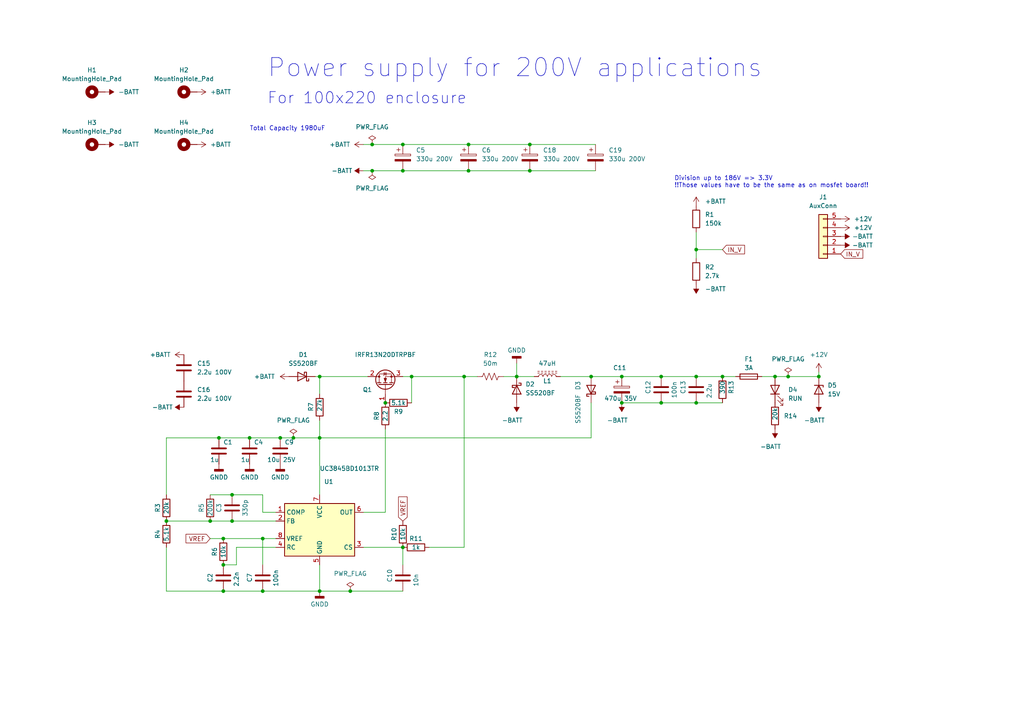
<source format=kicad_sch>
(kicad_sch (version 20230121) (generator eeschema)
  (paper "A4")
  (lib_symbols
    (symbol "Connector_Generic:Conn_01x05" (pin_names (offset 1.016) hide)
      (property "Reference" "J" (at 0 7.62 0))
      (property "Value" "Conn_01x05" (at 0 -7.62 0))
      (symbol "Conn_01x05_1_1"
        (rectangle (start -1.27 -4.953) (end 0 -5.207) (stroke (width 0.1524)))
        (rectangle (start -1.27 -2.413) (end 0 -2.667) (stroke (width 0.1524)))
        (rectangle (start -1.27 0.127) (end 0 -0.127) (stroke (width 0.1524)))
        (rectangle (start -1.27 2.667) (end 0 2.413) (stroke (width 0.1524)))
        (rectangle (start -1.27 5.207) (end 0 4.953) (stroke (width 0.1524)))
        (rectangle (start -1.27 6.35) (end 1.27 -6.35) (stroke (width 0.254)) (fill (type background)))
        (pin passive line (at -5.08 5.08 0) (length 3.81) (name "Pin_1") (number "1"))
        (pin passive line (at -5.08 2.54 0) (length 3.81) (name "Pin_2") (number "2"))
        (pin passive line (at -5.08 0 0) (length 3.81) (name "Pin_3") (number "3"))
        (pin passive line (at -5.08 -2.54 0) (length 3.81) (name "Pin_4") (number "4"))
        (pin passive line (at -5.08 -5.08 0) (length 3.81) (name "Pin_5") (number "5"))
      )
    )
    (symbol "Device:C" (pin_numbers hide) (pin_names (offset 0.254))
      (property "Reference" "C" (at 0.635 2.54 0))
      (property "Value" "C" (at 0.635 -2.54 0))
      (symbol "C_0_1"
        (polyline (pts (xy -2.032 -0.762) (xy 2.032 -0.762)) (stroke (width 0.508)))
        (polyline (pts (xy -2.032 0.762) (xy 2.032 0.762)) (stroke (width 0.508)))
      )
      (symbol "C_1_1"
        (pin passive line (at 0 3.81 270) (length 2.794) (name "~") (number "1"))
        (pin passive line (at 0 -3.81 90) (length 2.794) (name "~") (number "2"))
      )
    )
    (symbol "Device:C_Polarized" (pin_numbers hide) (pin_names (offset 0.254))
      (property "Reference" "C" (at 0.635 2.54 0))
      (property "Value" "C_Polarized" (at 0.635 -2.54 0))
      (symbol "C_Polarized_0_1"
        (rectangle (start -2.286 0.508) (end 2.286 1.016))
        (polyline (pts (xy -1.778 2.286) (xy -0.762 2.286)))
        (polyline (pts (xy -1.27 2.794) (xy -1.27 1.778)))
        (rectangle (start 2.286 -0.508) (end -2.286 -1.016) (fill (type outline)))
      )
      (symbol "C_Polarized_1_1"
        (pin passive line (at 0 3.81 270) (length 2.794) (name "~") (number "1"))
        (pin passive line (at 0 -3.81 90) (length 2.794) (name "~") (number "2"))
      )
    )
    (symbol "Device:D_Schottky" (pin_numbers hide) (pin_names (offset 1.016) hide)
      (property "Reference" "D" (at 0 2.54 0))
      (property "Value" "D_Schottky" (at 0 -2.54 0))
      (symbol "D_Schottky_0_1"
        (polyline (pts (xy 1.27 0) (xy -1.27 0)))
        (polyline (pts (xy 1.27 1.27) (xy 1.27 -1.27) (xy -1.27 0) (xy 1.27 1.27)) (stroke (width 0.254)))
        (polyline (pts (xy -1.905 0.635) (xy -1.905 1.27) (xy -1.27 1.27) (xy -1.27 -1.27) (xy -0.635 -1.27) (xy -0.635 -0.635)) (stroke (width 0.254)))
      )
      (symbol "D_Schottky_1_1"
        (pin passive line (at -3.81 0 0) (length 2.54) (name "K") (number "1"))
        (pin passive line (at 3.81 0 180) (length 2.54) (name "A") (number "2"))
      )
    )
    (symbol "Device:D_Zener" (pin_numbers hide) (pin_names (offset 1.016) hide)
      (property "Reference" "D" (at 0 2.54 0))
      (property "Value" "D_Zener" (at 0 -2.54 0))
      (symbol "D_Zener_0_1"
        (polyline (pts (xy 1.27 0) (xy -1.27 0)))
        (polyline (pts (xy -1.27 -1.27) (xy -1.27 1.27) (xy -0.762 1.27)) (stroke (width 0.254)))
        (polyline (pts (xy 1.27 -1.27) (xy 1.27 1.27) (xy -1.27 0) (xy 1.27 -1.27)) (stroke (width 0.254)))
      )
      (symbol "D_Zener_1_1"
        (pin passive line (at -3.81 0 0) (length 2.54) (name "K") (number "1"))
        (pin passive line (at 3.81 0 180) (length 2.54) (name "A") (number "2"))
      )
    )
    (symbol "Device:Fuse" (pin_numbers hide) (pin_names (offset 0))
      (property "Reference" "F" (at 2.032 0 90))
      (property "Value" "Fuse" (at -1.905 0 90))
      (symbol "Fuse_0_1"
        (rectangle (start -0.762 -2.54) (end 0.762 2.54) (stroke (width 0.254)))
        (polyline (pts (xy 0 2.54) (xy 0 -2.54)))
      )
      (symbol "Fuse_1_1"
        (pin passive line (at 0 3.81 270) (length 1.27) (name "~") (number "1"))
        (pin passive line (at 0 -3.81 90) (length 1.27) (name "~") (number "2"))
      )
    )
    (symbol "Device:LED" (pin_numbers hide) (pin_names (offset 1.016) hide)
      (property "Reference" "D" (at 0 2.54 0))
      (property "Value" "LED" (at 0 -2.54 0))
      (symbol "LED_0_1"
        (polyline (pts (xy -1.27 -1.27) (xy -1.27 1.27)) (stroke (width 0.254)))
        (polyline (pts (xy -1.27 0) (xy 1.27 0)))
        (polyline (pts (xy 1.27 -1.27) (xy 1.27 1.27) (xy -1.27 0) (xy 1.27 -1.27)) (stroke (width 0.254)))
        (polyline (pts (xy -3.048 -0.762) (xy -4.572 -2.286) (xy -3.81 -2.286) (xy -4.572 -2.286) (xy -4.572 -1.524)))
        (polyline (pts (xy -1.778 -0.762) (xy -3.302 -2.286) (xy -2.54 -2.286) (xy -3.302 -2.286) (xy -3.302 -1.524)))
      )
      (symbol "LED_1_1"
        (pin passive line (at -3.81 0 0) (length 2.54) (name "K") (number "1"))
        (pin passive line (at 3.81 0 180) (length 2.54) (name "A") (number "2"))
      )
    )
    (symbol "Device:L_Ferrite" (pin_numbers hide) (pin_names (offset 1.016) hide)
      (property "Reference" "L" (at -1.27 0 90))
      (property "Value" "L_Ferrite" (at 2.794 0 90))
      (symbol "L_Ferrite_0_1"
        (arc (start 0 -2.54) (mid 0.6323 -1.905) (end 0 -1.27))
        (arc (start 0 -1.27) (mid 0.6323 -0.635) (end 0 0))
        (polyline (pts (xy 1.016 -2.794) (xy 1.016 -2.286)))
        (polyline (pts (xy 1.016 -1.778) (xy 1.016 -1.27)))
        (polyline (pts (xy 1.016 -0.762) (xy 1.016 -0.254)))
        (polyline (pts (xy 1.016 0.254) (xy 1.016 0.762)))
        (polyline (pts (xy 1.016 1.27) (xy 1.016 1.778)))
        (polyline (pts (xy 1.016 2.286) (xy 1.016 2.794)))
        (polyline (pts (xy 1.524 -2.286) (xy 1.524 -2.794)))
        (polyline (pts (xy 1.524 -1.27) (xy 1.524 -1.778)))
        (polyline (pts (xy 1.524 -0.254) (xy 1.524 -0.762)))
        (polyline (pts (xy 1.524 0.762) (xy 1.524 0.254)))
        (polyline (pts (xy 1.524 1.778) (xy 1.524 1.27)))
        (polyline (pts (xy 1.524 2.794) (xy 1.524 2.286)))
        (arc (start 0 0) (mid 0.6323 0.635) (end 0 1.27))
        (arc (start 0 1.27) (mid 0.6323 1.905) (end 0 2.54))
      )
      (symbol "L_Ferrite_1_1"
        (pin passive line (at 0 3.81 270) (length 1.27) (name "1") (number "1"))
        (pin passive line (at 0 -3.81 90) (length 1.27) (name "2") (number "2"))
      )
    )
    (symbol "Device:R" (pin_numbers hide) (pin_names (offset 0))
      (property "Reference" "R" (at 2.032 0 90))
      (property "Value" "R" (at 0 0 90))
      (symbol "R_0_1"
        (rectangle (start -1.016 -2.54) (end 1.016 2.54) (stroke (width 0.254)))
      )
      (symbol "R_1_1"
        (pin passive line (at 0 3.81 270) (length 1.27) (name "~") (number "1"))
        (pin passive line (at 0 -3.81 90) (length 1.27) (name "~") (number "2"))
      )
    )
    (symbol "Device:R_US" (pin_numbers hide) (pin_names (offset 0))
      (property "Reference" "R" (at 2.54 0 90))
      (property "Value" "R_US" (at -2.54 0 90))
      (symbol "R_US_0_1"
        (polyline (pts (xy 0 -2.286) (xy 0 -2.54)))
        (polyline (pts (xy 0 2.286) (xy 0 2.54)))
        (polyline (pts (xy 0 -0.762) (xy 1.016 -1.143) (xy 0 -1.524) (xy -1.016 -1.905) (xy 0 -2.286)))
        (polyline (pts (xy 0 0.762) (xy 1.016 0.381) (xy 0 0) (xy -1.016 -0.381) (xy 0 -0.762)))
        (polyline (pts (xy 0 2.286) (xy 1.016 1.905) (xy 0 1.524) (xy -1.016 1.143) (xy 0 0.762)))
      )
      (symbol "R_US_1_1"
        (pin passive line (at 0 3.81 270) (length 1.27) (name "~") (number "1"))
        (pin passive line (at 0 -3.81 90) (length 1.27) (name "~") (number "2"))
      )
    )
    (symbol "Mechanical:MountingHole_Pad" (pin_numbers hide) (pin_names (offset 1.016) hide)
      (property "Reference" "H" (at 0 6.35 0))
      (property "Value" "MountingHole_Pad" (at 0 4.445 0))
      (symbol "MountingHole_Pad_0_1"
        (circle (center 0 1.27) (radius 1.27) (stroke (width 1.27)))
      )
      (symbol "MountingHole_Pad_1_1"
        (pin input line (at 0 -2.54 90) (length 2.54) (name "1") (number "1"))
      )
    )
    (symbol "Regulator_Controller:UC3842_SOIC8"
      (property "Reference" "U" (at 3.81 11.43 0))
      (property "Value" "UC3842_SOIC8" (at 3.81 8.89 0))
      (symbol "UC3842_SOIC8_0_1"
        (rectangle (start -10.16 -7.62) (end 10.16 7.62) (stroke (width 0.254)) (fill (type background)))
      )
      (symbol "UC3842_SOIC8_1_1"
        (pin passive line (at -12.7 5.08 0) (length 2.54) (name "COMP") (number "1"))
        (pin input line (at -12.7 2.54 0) (length 2.54) (name "FB") (number "2"))
        (pin input line (at 12.7 -5.08 180) (length 2.54) (name "CS") (number "3"))
        (pin passive line (at -12.7 -5.08 0) (length 2.54) (name "RC") (number "4"))
        (pin power_in line (at 0 -10.16 90) (length 2.54) (name "GND") (number "5"))
        (pin output line (at 12.7 5.08 180) (length 2.54) (name "OUT") (number "6"))
        (pin power_in line (at 0 10.16 270) (length 2.54) (name "VCC") (number "7"))
        (pin power_out line (at -12.7 -2.54 0) (length 2.54) (name "VREF") (number "8"))
      )
    )
    (symbol "Transistor_FET:STD7NK40Z" (pin_names hide)
      (property "Reference" "Q" (at 5.08 1.905 0))
      (property "Value" "STD7NK40Z" (at 5.08 0 0))
      (symbol "STD7NK40Z_0_1"
        (polyline (pts (xy 0.254 0) (xy -2.54 0)))
        (polyline (pts (xy 0.254 1.905) (xy 0.254 -1.905)) (stroke (width 0.254)))
        (polyline (pts (xy 0.762 -1.27) (xy 0.762 -2.286)) (stroke (width 0.254)))
        (polyline (pts (xy 0.762 0.508) (xy 0.762 -0.508)) (stroke (width 0.254)))
        (polyline (pts (xy 0.762 2.286) (xy 0.762 1.27)) (stroke (width 0.254)))
        (polyline (pts (xy 2.54 2.54) (xy 2.54 1.778)))
        (polyline (pts (xy 2.54 -2.54) (xy 2.54 0) (xy 0.762 0)))
        (polyline (pts (xy 0.762 -1.778) (xy 3.302 -1.778) (xy 3.302 1.778) (xy 0.762 1.778)))
        (polyline (pts (xy 1.016 0) (xy 2.032 0.381) (xy 2.032 -0.381) (xy 1.016 0)) (fill (type outline)))
        (polyline (pts (xy 2.794 0.508) (xy 2.921 0.381) (xy 3.683 0.381) (xy 3.81 0.254)))
        (polyline (pts (xy 3.302 0.381) (xy 2.921 -0.254) (xy 3.683 -0.254) (xy 3.302 0.381)))
        (circle (center 1.651 0) (radius 2.794) (stroke (width 0.254)))
        (circle (center 2.54 -1.778) (radius 0.254) (fill (type outline)))
        (circle (center 2.54 1.778) (radius 0.254) (fill (type outline)))
      )
      (symbol "STD7NK40Z_1_1"
        (pin passive line (at -5.08 0 0) (length 2.54) (name "G") (number "1"))
        (pin passive line (at 2.54 5.08 270) (length 2.54) (name "D") (number "2"))
        (pin passive line (at 2.54 -5.08 90) (length 2.54) (name "S") (number "3"))
      )
    )
    (symbol "power:+12V" (power) (pin_names (offset 0))
      (property "Value" "+12V" (at 0 3.556 0))
      (symbol "+12V_0_1"
        (polyline (pts (xy -0.762 1.27) (xy 0 2.54)))
        (polyline (pts (xy 0 0) (xy 0 2.54)))
        (polyline (pts (xy 0 2.54) (xy 0.762 1.27)))
      )
      (symbol "+12V_1_1"
        (pin power_in line (at 0 0 90) (length 0) hide (name "+12V") (number "1"))
      )
    )
    (symbol "power:+BATT" (power) (pin_names (offset 0))
      (property "Value" "+BATT" (at 0 3.556 0))
      (symbol "+BATT_0_1"
        (polyline (pts (xy -0.762 1.27) (xy 0 2.54)))
        (polyline (pts (xy 0 0) (xy 0 2.54)))
        (polyline (pts (xy 0 2.54) (xy 0.762 1.27)))
      )
      (symbol "+BATT_1_1"
        (pin power_in line (at 0 0 90) (length 0) hide (name "+BATT") (number "1"))
      )
    )
    (symbol "power:-BATT" (power) (pin_names (offset 0))
      (property "Value" "-BATT" (at 0 3.556 0))
      (symbol "-BATT_0_1"
        (polyline (pts (xy 0 0) (xy 0 2.54)))
        (polyline (pts (xy 0.762 1.27) (xy -0.762 1.27) (xy 0 2.54) (xy 0.762 1.27)) (fill (type outline)))
      )
      (symbol "-BATT_1_1"
        (pin power_in line (at 0 0 90) (length 0) hide (name "-BATT") (number "1"))
      )
    )
    (symbol "power:GNDD" (power) (pin_names (offset 0))
      (property "Value" "GNDD" (at 0 -3.175 0))
      (symbol "GNDD_0_1"
        (rectangle (start -1.27 -1.524) (end 1.27 -2.032) (stroke (width 0.254)) (fill (type outline)))
        (polyline (pts (xy 0 0) (xy 0 -1.524)))
      )
      (symbol "GNDD_1_1"
        (pin power_in line (at 0 0 270) (length 0) hide (name "GNDD") (number "1"))
      )
    )
    (symbol "power:PWR_FLAG" (power) (pin_numbers hide) (pin_names (offset 0) hide)
      (property "Value" "PWR_FLAG" (at 0 3.81 0))
      (symbol "PWR_FLAG_0_0"
        (pin power_out line (at 0 0 90) (length 0) (name "pwr") (number "1"))
      )
      (symbol "PWR_FLAG_0_1"
        (polyline (pts (xy 0 0) (xy 0 1.27) (xy -1.016 1.905) (xy 0 2.54) (xy 1.016 1.905) (xy 0 1.27)))
      )
    )
  )
  (junction (at 85.09 127))
  (junction (at 209.55 109.22))
  (junction (at 48.26 151.13))
  (junction (at 101.6 171.45))
  (junction (at 171.45 109.22))
  (junction (at 201.93 109.22))
  (junction (at 201.93 72.39))
  (junction (at 64.77 163.83))
  (junction (at 116.84 49.53))
  (junction (at 63.5 127))
  (junction (at 119.38 109.22))
  (junction (at 149.86 109.22))
  (junction (at 116.84 158.75))
  (junction (at 201.93 116.84))
  (junction (at 60.96 151.13))
  (junction (at 76.2 171.45))
  (junction (at 237.49 109.22))
  (junction (at 64.77 171.45))
  (junction (at 228.6 109.22))
  (junction (at 116.84 41.91))
  (junction (at 67.31 151.13))
  (junction (at 72.39 127))
  (junction (at 111.76 116.84))
  (junction (at 81.28 127))
  (junction (at 191.77 116.84))
  (junction (at 135.89 49.53))
  (junction (at 191.77 109.22))
  (junction (at 180.34 109.22))
  (junction (at 76.2 156.21))
  (junction (at 92.71 171.45))
  (junction (at 135.89 41.91))
  (junction (at 92.71 109.22))
  (junction (at 224.79 109.22))
  (junction (at 107.95 41.91))
  (junction (at 134.62 109.22))
  (junction (at 67.31 143.51))
  (junction (at 153.67 41.91))
  (junction (at 92.71 127))
  (junction (at 153.67 49.53))
  (junction (at 64.77 156.21))
  (junction (at 107.95 49.53))
  (junction (at 180.34 116.84))
  (wire (pts (xy 68.58 158.75) (xy 68.58 163.83)))
  (wire (pts (xy 153.67 49.53) (xy 172.72 49.53)))
  (wire (pts (xy 134.62 109.22) (xy 138.43 109.22)))
  (wire (pts (xy 80.01 158.75) (xy 68.58 158.75)))
  (wire (pts (xy 171.45 127) (xy 92.71 127)))
  (wire (pts (xy 209.55 109.22) (xy 213.36 109.22)))
  (wire (pts (xy 92.71 127) (xy 85.09 127)))
  (wire (pts (xy 180.34 116.84) (xy 191.77 116.84)))
  (wire (pts (xy 48.26 127) (xy 63.5 127)))
  (wire (pts (xy 220.98 109.22) (xy 224.79 109.22)))
  (wire (pts (xy 171.45 109.22) (xy 180.34 109.22)))
  (wire (pts (xy 153.67 41.91) (xy 172.72 41.91)))
  (wire (pts (xy 116.84 41.91) (xy 135.89 41.91)))
  (wire (pts (xy 80.01 148.59) (xy 76.2 148.59)))
  (wire (pts (xy 48.26 143.51) (xy 48.26 127)))
  (wire (pts (xy 92.71 171.45) (xy 92.71 163.83)))
  (wire (pts (xy 228.6 109.22) (xy 237.49 109.22)))
  (wire (pts (xy 171.45 116.84) (xy 171.45 127)))
  (wire (pts (xy 146.05 109.22) (xy 149.86 109.22)))
  (wire (pts (xy 63.5 127) (xy 72.39 127)))
  (wire (pts (xy 76.2 156.21) (xy 80.01 156.21)))
  (wire (pts (xy 201.93 109.22) (xy 209.55 109.22)))
  (wire (pts (xy 201.93 116.84) (xy 209.55 116.84)))
  (wire (pts (xy 92.71 171.45) (xy 101.6 171.45)))
  (wire (pts (xy 162.56 109.22) (xy 171.45 109.22)))
  (wire (pts (xy 72.39 127) (xy 81.28 127)))
  (wire (pts (xy 92.71 109.22) (xy 106.68 109.22)))
  (wire (pts (xy 119.38 116.84) (xy 119.38 109.22)))
  (wire (pts (xy 67.31 143.51) (xy 60.96 143.51)))
  (wire (pts (xy 101.6 171.45) (xy 116.84 171.45)))
  (wire (pts (xy 76.2 143.51) (xy 67.31 143.51)))
  (wire (pts (xy 64.77 156.21) (xy 76.2 156.21)))
  (wire (pts (xy 48.26 151.13) (xy 60.96 151.13)))
  (wire (pts (xy 67.31 151.13) (xy 80.01 151.13)))
  (wire (pts (xy 201.93 67.31) (xy 201.93 72.39)))
  (wire (pts (xy 85.09 127) (xy 81.28 127)))
  (wire (pts (xy 76.2 171.45) (xy 92.71 171.45)))
  (wire (pts (xy 180.34 109.22) (xy 191.77 109.22)))
  (wire (pts (xy 149.86 105.41) (xy 149.86 109.22)))
  (wire (pts (xy 116.84 163.83) (xy 116.84 158.75)))
  (wire (pts (xy 201.93 72.39) (xy 209.55 72.39)))
  (wire (pts (xy 105.41 49.53) (xy 107.95 49.53)))
  (wire (pts (xy 134.62 158.75) (xy 134.62 109.22)))
  (wire (pts (xy 60.96 151.13) (xy 67.31 151.13)))
  (wire (pts (xy 149.86 109.22) (xy 154.94 109.22)))
  (wire (pts (xy 119.38 109.22) (xy 134.62 109.22)))
  (wire (pts (xy 107.95 41.91) (xy 116.84 41.91)))
  (wire (pts (xy 92.71 114.3) (xy 92.71 109.22)))
  (wire (pts (xy 105.41 148.59) (xy 111.76 148.59)))
  (wire (pts (xy 91.44 109.22) (xy 92.71 109.22)))
  (wire (pts (xy 116.84 158.75) (xy 105.41 158.75)))
  (wire (pts (xy 116.84 49.53) (xy 135.89 49.53)))
  (wire (pts (xy 105.41 41.91) (xy 107.95 41.91)))
  (wire (pts (xy 201.93 72.39) (xy 201.93 74.93)))
  (wire (pts (xy 107.95 49.53) (xy 116.84 49.53)))
  (wire (pts (xy 237.49 107.95) (xy 237.49 109.22)))
  (wire (pts (xy 135.89 49.53) (xy 153.67 49.53)))
  (wire (pts (xy 68.58 163.83) (xy 64.77 163.83)))
  (wire (pts (xy 92.71 121.92) (xy 92.71 127)))
  (wire (pts (xy 135.89 41.91) (xy 153.67 41.91)))
  (wire (pts (xy 92.71 143.51) (xy 92.71 127)))
  (wire (pts (xy 76.2 156.21) (xy 76.2 163.83)))
  (wire (pts (xy 60.96 156.21) (xy 64.77 156.21)))
  (wire (pts (xy 191.77 109.22) (xy 201.93 109.22)))
  (wire (pts (xy 48.26 158.75) (xy 48.26 171.45)))
  (wire (pts (xy 76.2 148.59) (xy 76.2 143.51)))
  (wire (pts (xy 48.26 171.45) (xy 64.77 171.45)))
  (wire (pts (xy 64.77 171.45) (xy 76.2 171.45)))
  (wire (pts (xy 124.46 158.75) (xy 134.62 158.75)))
  (wire (pts (xy 224.79 109.22) (xy 228.6 109.22)))
  (wire (pts (xy 119.38 109.22) (xy 116.84 109.22)))
  (wire (pts (xy 191.77 116.84) (xy 201.93 116.84)))
  (wire (pts (xy 111.76 148.59) (xy 111.76 124.46)))
  (text "Power supply for 200V applications" (at 77.47 22.86 0) (effects (font (size 5.27 5.27)) (justify left bottom)))
  (text "Total Capacity 1980uF" (at 72.39 38.1 0) (effects (font (size 1.27 1.27)) (justify left bottom)))
  (text "Division up to 186V => 3.3V\n!!Those values have to be the same as on mosfet board!!" (at 195.58 54.61 0) (effects (font (size 1.27 1.27)) (justify left bottom)))
  (text "For 100x220 enclosure" (at 77.47 30.48 0) (effects (font (size 3.27 3.27)) (justify left bottom)))
  (global_label "VREF" (shape input) (at 60.96 156.21 180) (property "Intersheetrefs" "${INTERSHEET_REFS}" (effects hide)))
  (global_label "IN_V" (shape input) (at 209.55 72.39 0) (property "Intersheetrefs" "${INTERSHEET_REFS}" (effects hide)))
  (global_label "VREF" (shape input) (at 116.84 151.13 90) (property "Intersheetrefs" "${INTERSHEET_REFS}" (effects hide)))
  (global_label "IN_V" (shape input) (at 243.84 73.66 0) (property "Intersheetrefs" "${INTERSHEET_REFS}" (effects hide)))
  (symbol (lib_id "power:GNDD") (at 149.86 105.41 180) (unit 1)
    (property "Reference" "#PWR017" (effects hide))
    (property "Value" "GNDD" (at 149.86 101.6 0))
  )
  (symbol (lib_id "power:-BATT") (at 30.48 26.67 270) (unit 1)
    (property "Reference" "#PWR06" (effects hide))
    (property "Value" "-BATT" (at 34.29 26.67 90) (effects (justify left)))
  )
  (symbol (lib_id "Device:C") (at 201.93 113.03 0) (unit 1)
    (property "Reference" "C13" (at 198.12 114.3 90) (effects (justify left)))
    (property "Value" "2.2u" (at 205.74 115.57 90) (effects (justify left)))
    (property "Footprint" "Capacitor_SMD:C_0805_2012Metric" (effects hide))
    (property "MPN" "C49217" (effects hide))
    (property "Mouser" "81-GRM55DR72D105KW1L" (effects hide))
  )
  (symbol (lib_id "power:+12V") (at 243.84 63.5 270) (unit 1)
    (property "Reference" "#PWR024" (effects hide))
    (property "Value" "+12V" (at 247.65 63.5 90) (effects (justify left)))
  )
  (symbol (lib_id "power:-BATT") (at 180.34 116.84 180) (unit 1)
    (property "Reference" "#PWR019" (effects hide))
    (property "Value" "-BATT" (at 179.07 121.92 0))
  )
  (symbol (lib_id "Device:C") (at 67.31 147.32 0) (unit 1)
    (property "Reference" "C3" (at 63.5 147.32 90))
    (property "Value" "330p" (at 71.12 147.32 90))
    (property "Footprint" "Capacitor_SMD:C_0603_1608Metric" (effects hide))
    (property "MPN" "C1664" (effects hide))
    (property "Mouser" "581-08055C104KAT4A" (effects hide))
  )
  (symbol (lib_id "Device:LED") (at 224.79 113.03 90) (unit 1)
    (property "Reference" "D4" (at 228.6 113.03 90) (effects (justify right)))
    (property "Value" "RUN" (at 228.6 115.57 90) (effects (justify right)))
    (property "Footprint" "Diode_SMD:D_0603_1608Metric" (effects hide))
    (property "MPN" "C2290" (effects hide))
  )
  (symbol (lib_id "Transistor_FET:STD7NK40Z") (at 111.76 111.76 90) (unit 1)
    (property "Reference" "Q1" (at 107.95 113.03 90) (effects (justify left)))
    (property "Value" "IRFR13N20DTRPBF" (at 120.65 102.87 90) (effects (justify left)))
    (property "Footprint" "Package_TO_SOT_SMD:TO-252-2" (effects hide))
    (property "Datasheet" "https://www.st.com/resource/en/datasheet/std7nk40zt4.pdf" (effects hide))
    (property "MPN" "C3021" (effects hide))
    (property "JLCRotOffset" "180" (effects hide))
    (property "JLCPosOffset" "2,0" (effects hide))
  )
  (symbol (lib_id "power:+BATT") (at 201.93 59.69 0) (unit 1)
    (property "Reference" "#PWR04" (effects hide))
    (property "Value" "+BATT" (at 204.47 58.42 0) (effects (justify left)))
  )
  (symbol (lib_id "Device:D_Schottky") (at 149.86 113.03 270) (unit 1)
    (property "Reference" "D2" (at 152.4 111.4425 90) (effects (justify left)))
    (property "Value" "SS520BF" (at 152.4 113.9825 90) (effects (justify left)))
    (property "Footprint" "Diode_SMD:D_SMB" (effects hide))
    (property "MPN" "C123955" (effects hide))
  )
  (symbol (lib_id "power:+BATT") (at 57.15 26.67 270) (unit 1)
    (property "Reference" "#PWR013" (effects hide))
    (property "Value" "+BATT" (at 60.96 26.67 90) (effects (justify left)))
  )
  (symbol (lib_id "power:+12V") (at 237.49 107.95 0) (unit 1)
    (property "Reference" "#PWR021" (effects hide))
    (property "Value" "+12V" (at 237.49 102.87 0))
  )
  (symbol (lib_id "power:+12V") (at 243.84 66.04 270) (unit 1)
    (property "Reference" "#PWR08" (effects hide))
    (property "Value" "+12V" (at 247.65 66.04 90) (effects (justify left)))
  )
  (symbol (lib_id "power:-BATT") (at 105.41 49.53 90) (unit 1)
    (property "Reference" "#PWR012" (effects hide))
    (property "Value" "-BATT" (at 102.235 49.53 90) (effects (justify left)))
  )
  (symbol (lib_id "Device:Fuse") (at 217.17 109.22 90) (unit 1)
    (property "Reference" "F1" (at 217.17 104.14 90))
    (property "Value" "3A" (at 217.17 106.68 90))
    (property "Footprint" "Fuse:Fuse_1206_3216Metric" (effects hide))
    (property "MPN" "C2838915" (effects hide))
  )
  (symbol (lib_id "power:GNDD") (at 81.28 134.62 0) (unit 1)
    (property "Reference" "#PWR05" (effects hide))
    (property "Value" "GNDD" (at 81.28 138.43 0))
  )
  (symbol (lib_id "Device:R") (at 116.84 154.94 0) (unit 1)
    (property "Reference" "R10" (at 114.3 154.94 90))
    (property "Value" "10k" (at 116.84 154.94 90))
    (property "Footprint" "Resistor_SMD:R_0603_1608Metric" (effects hide))
    (property "MPN" "C25804" (effects hide))
    (property "Mouser" "603-AC0805JR-0710KL" (effects hide))
  )
  (symbol (lib_id "Device:R") (at 209.55 113.03 0) (unit 1)
    (property "Reference" "R13" (at 212.09 114.3 90) (effects (justify left)))
    (property "Value" "390" (at 209.55 114.3 90) (effects (justify left)))
    (property "Footprint" "Resistor_SMD:R_0603_1608Metric" (effects hide))
    (property "MPN" "C23151" (effects hide))
  )
  (symbol (lib_id "Device:D_Schottky") (at 87.63 109.22 180) (unit 1)
    (property "Reference" "D1" (at 87.9475 102.87 0))
    (property "Value" "SS520BF" (at 87.9475 105.41 0))
    (property "Footprint" "Diode_SMD:D_SMB" (effects hide))
    (property "MPN" "C123955" (effects hide))
  )
  (symbol (lib_id "Device:R") (at 120.65 158.75 90) (unit 1)
    (property "Reference" "R11" (at 120.65 156.21 90))
    (property "Value" "1k" (at 120.65 158.75 90))
    (property "Footprint" "Resistor_SMD:R_0603_1608Metric" (effects hide))
    (property "MPN" "C4410" (effects hide))
  )
  (symbol (lib_id "Device:C") (at 76.2 167.64 0) (unit 1)
    (property "Reference" "C7" (at 72.39 168.91 90) (effects (justify left)))
    (property "Value" "100n" (at 80.01 170.18 90) (effects (justify left)))
    (property "Footprint" "Capacitor_SMD:C_0603_1608Metric" (effects hide))
    (property "MPN" "C14663" (effects hide))
    (property "Mouser" "81-GRM55DR72D105KW1L" (effects hide))
  )
  (symbol (lib_id "power:GNDD") (at 63.5 134.62 0) (unit 1)
    (property "Reference" "#PWR01" (effects hide))
    (property "Value" "GNDD" (at 63.5 138.43 0))
  )
  (symbol (lib_id "Device:R") (at 48.26 147.32 180) (unit 1)
    (property "Reference" "R3" (at 45.72 147.32 90))
    (property "Value" "20k" (at 48.26 147.32 90))
    (property "Footprint" "Resistor_SMD:R_0603_1608Metric" (effects hide))
    (property "MPN" "C4184" (effects hide))
  )
  (symbol (lib_id "Device:C_Polarized") (at 180.34 113.03 0) (unit 1)
    (property "Reference" "C11" (at 177.8 106.68 0) (effects (justify left)))
    (property "Value" "470u 35V" (at 175.26 115.57 0) (effects (justify left)))
    (property "Footprint" "Capacitor_SMD:CP_Elec_10x10" (effects hide))
    (property "MPN" "C72519" (effects hide))
  )
  (symbol (lib_id "Device:C") (at 191.77 113.03 0) (unit 1)
    (property "Reference" "C12" (at 187.96 114.3 90) (effects (justify left)))
    (property "Value" "100n" (at 195.58 115.57 90) (effects (justify left)))
    (property "Footprint" "Capacitor_SMD:C_0603_1608Metric" (effects hide))
    (property "MPN" "C14663" (effects hide))
    (property "Mouser" "81-GRM55DR72D105KW1L" (effects hide))
  )
  (symbol (lib_id "power:GNDD") (at 92.71 171.45 0) (unit 1)
    (property "Reference" "#PWR016" (effects hide))
    (property "Value" "GNDD" (at 92.71 175.26 0))
  )
  (symbol (lib_id "Device:C") (at 53.34 114.3 0) (unit 1)
    (property "Reference" "C16" (at 57.15 113.03 0) (effects (justify left)))
    (property "Value" "2.2u 100V" (at 57.15 115.57 0) (effects (justify left)))
    (property "Footprint" "Capacitor_SMD:C_1206_3216Metric" (effects hide))
    (property "MPN" "C920964" (effects hide))
  )
  (symbol (lib_id "power:PWR_FLAG") (at 228.6 109.22 0) (unit 1)
    (property "Reference" "#FLG05" (effects hide))
    (property "Value" "PWR_FLAG" (at 228.6 104.14 0))
  )
  (symbol (lib_id "power:GNDD") (at 72.39 134.62 0) (unit 1)
    (property "Reference" "#PWR02" (effects hide))
    (property "Value" "GNDD" (at 72.39 138.43 0))
  )
  (symbol (lib_id "Device:C_Polarized") (at 172.72 45.72 0) (unit 1)
    (property "Reference" "C19" (at 176.53 43.561 0) (effects (justify left)))
    (property "Value" "330u 200V" (at 176.53 46.101 0) (effects (justify left)))
    (property "Footprint" "Capacitor_THT:CP_Radial_D18.0mm_P7.50mm" (effects hide))
    (property "Mouser" "661-EKMR201VS222MR50" (effects hide))
    (property "MPN" "C697601" (effects hide))
  )
  (symbol (lib_id "Device:C_Polarized") (at 135.89 45.72 0) (unit 1)
    (property "Reference" "C6" (at 139.7 43.561 0) (effects (justify left)))
    (property "Value" "330u 200V" (at 139.7 46.101 0) (effects (justify left)))
    (property "Footprint" "Capacitor_THT:CP_Radial_D18.0mm_P7.50mm" (effects hide))
    (property "Mouser" "661-EKMR201VS222MR50" (effects hide))
    (property "MPN" "C697601" (effects hide))
  )
  (symbol (lib_id "Mechanical:MountingHole_Pad") (at 27.94 26.67 90) (unit 1)
    (property "Reference" "H1" (at 26.67 20.32 90))
    (property "Value" "MountingHole_Pad" (at 26.67 22.86 90))
    (property "Footprint" "MountingHole:MountingHole_5.3mm_M5_Pad_Via" (effects hide))
  )
  (symbol (lib_id "Device:R") (at 48.26 154.94 0) (unit 1)
    (property "Reference" "R4" (at 45.72 154.94 90))
    (property "Value" "5.1k" (at 48.26 154.94 90))
    (property "Footprint" "Resistor_SMD:R_0603_1608Metric" (effects hide))
    (property "MPN" "C23186" (effects hide))
  )
  (symbol (lib_id "power:PWR_FLAG") (at 85.09 127 0) (unit 1)
    (property "Reference" "#FLG02" (effects hide))
    (property "Value" "PWR_FLAG" (at 85.09 121.92 0))
  )
  (symbol (lib_id "Device:C") (at 53.34 106.68 0) (unit 1)
    (property "Reference" "C15" (at 57.15 105.41 0) (effects (justify left)))
    (property "Value" "2.2u 100V" (at 57.15 107.95 0) (effects (justify left)))
    (property "Footprint" "Capacitor_SMD:C_1206_3216Metric" (effects hide))
    (property "MPN" "C920964" (effects hide))
  )
  (symbol (lib_id "power:PWR_FLAG") (at 101.6 171.45 0) (unit 1)
    (property "Reference" "#FLG01" (effects hide))
    (property "Value" "PWR_FLAG" (at 101.6 166.37 0))
  )
  (symbol (lib_id "power:-BATT") (at 30.48 41.91 270) (unit 1)
    (property "Reference" "#PWR027" (effects hide))
    (property "Value" "-BATT" (at 34.29 41.91 90) (effects (justify left)))
  )
  (symbol (lib_id "Device:R") (at 111.76 120.65 180) (unit 1)
    (property "Reference" "R8" (at 109.22 120.65 90))
    (property "Value" "2.2" (at 111.76 120.65 90))
    (property "Footprint" "Resistor_SMD:R_0603_1608Metric" (effects hide))
    (property "MPN" "C22939" (effects hide))
  )
  (symbol (lib_id "Mechanical:MountingHole_Pad") (at 54.61 41.91 90) (unit 1)
    (property "Reference" "H4" (at 53.34 35.56 90))
    (property "Value" "MountingHole_Pad" (at 53.34 38.1 90))
    (property "Footprint" "MountingHole:MountingHole_5.3mm_M5_Pad_Via" (effects hide))
  )
  (symbol (lib_id "Device:R") (at 60.96 147.32 180) (unit 1)
    (property "Reference" "R5" (at 58.42 147.32 90))
    (property "Value" "200k" (at 60.96 147.32 90))
    (property "Footprint" "Resistor_SMD:R_0603_1608Metric" (effects hide))
    (property "MPN" "C25811" (effects hide))
  )
  (symbol (lib_id "Device:R") (at 201.93 63.5 0) (unit 1)
    (property "Reference" "R1" (at 204.47 62.23 0) (effects (justify left)))
    (property "Value" "150k" (at 204.47 64.77 0) (effects (justify left)))
    (property "Footprint" "Resistor_SMD:R_0603_1608Metric" (effects hide))
    (property "MPN" "C22807" (effects hide))
    (property "Mouser" "603-RC0805FR-07100KL" (effects hide))
  )
  (symbol (lib_id "power:-BATT") (at 237.49 116.84 180) (unit 1)
    (property "Reference" "#PWR022" (effects hide))
    (property "Value" "-BATT" (at 236.22 121.92 0))
  )
  (symbol (lib_id "Device:C") (at 81.28 130.81 0) (unit 1)
    (property "Reference" "C9" (at 82.55 128.27 0) (effects (justify left)))
    (property "Value" "10u 25V" (at 77.47 133.35 0) (effects (justify left)))
    (property "Footprint" "Capacitor_SMD:C_0603_1608Metric" (effects hide))
    (property "MPN" "C96446" (effects hide))
  )
  (symbol (lib_id "Device:R") (at 201.93 78.74 0) (unit 1)
    (property "Reference" "R2" (at 204.47 77.47 0) (effects (justify left)))
    (property "Value" "2.7k" (at 204.47 80.01 0) (effects (justify left)))
    (property "Footprint" "Resistor_SMD:R_0603_1608Metric" (effects hide))
    (property "MPN" "C13167" (effects hide))
    (property "Mouser" "71-CRCW0805-1.8K-E3" (effects hide))
  )
  (symbol (lib_id "Mechanical:MountingHole_Pad") (at 27.94 41.91 90) (unit 1)
    (property "Reference" "H3" (at 26.67 35.56 90))
    (property "Value" "MountingHole_Pad" (at 26.67 38.1 90))
    (property "Footprint" "MountingHole:MountingHole_5.3mm_M5_Pad_Via" (effects hide))
  )
  (symbol (lib_id "power:-BATT") (at 53.34 118.11 90) (unit 1)
    (property "Reference" "#PWR025" (effects hide))
    (property "Value" "-BATT" (at 50.165 118.11 90) (effects (justify left)))
  )
  (symbol (lib_id "power:-BATT") (at 224.79 124.46 180) (unit 1)
    (property "Reference" "#PWR020" (effects hide))
    (property "Value" "-BATT" (at 223.52 129.54 0))
  )
  (symbol (lib_id "Device:C") (at 64.77 167.64 0) (unit 1)
    (property "Reference" "C2" (at 60.96 168.91 90) (effects (justify left)))
    (property "Value" "2.2n" (at 68.58 170.18 90) (effects (justify left)))
    (property "Footprint" "Capacitor_SMD:C_0603_1608Metric" (effects hide))
    (property "MPN" "C1604" (effects hide))
    (property "Mouser" "81-GRM55DR72D105KW1L" (effects hide))
  )
  (symbol (lib_id "power:PWR_FLAG") (at 107.95 41.91 0) (unit 1)
    (property "Reference" "#FLG03" (effects hide))
    (property "Value" "PWR_FLAG" (at 107.95 36.83 0))
  )
  (symbol (lib_id "Device:R") (at 224.79 120.65 180) (unit 1)
    (property "Reference" "R14" (at 227.33 120.65 0) (effects (justify right)))
    (property "Value" "20k" (at 224.79 121.92 90) (effects (justify right)))
    (property "Footprint" "Resistor_SMD:R_0603_1608Metric" (effects hide))
    (property "MPN" "C4184" (effects hide))
    (property "Mouser" "603-AC0805JR-0710KL" (effects hide))
  )
  (symbol (lib_id "Device:R_US") (at 142.24 109.22 90) (unit 1)
    (property "Reference" "R12" (at 142.24 102.87 90))
    (property "Value" "50m" (at 142.24 105.41 90))
    (property "Footprint" "Resistor_SMD:R_2512_6332Metric" (effects hide))
    (property "MPN" "C2874774" (effects hide))
  )
  (symbol (lib_id "Mechanical:MountingHole_Pad") (at 54.61 26.67 90) (unit 1)
    (property "Reference" "H2" (at 53.34 20.32 90))
    (property "Value" "MountingHole_Pad" (at 53.34 22.86 90))
    (property "Footprint" "MountingHole:MountingHole_5.3mm_M5_Pad_Via" (effects hide))
  )
  (symbol (lib_id "Device:R") (at 115.57 116.84 90) (unit 1)
    (property "Reference" "R9" (at 115.57 119.38 90))
    (property "Value" "5.1k" (at 115.57 116.84 90))
    (property "Footprint" "Resistor_SMD:R_0603_1608Metric" (effects hide))
    (property "MPN" "C23186" (effects hide))
  )
  (symbol (lib_id "Device:C") (at 72.39 130.81 0) (unit 1)
    (property "Reference" "C4" (at 73.66 128.27 0) (effects (justify left)))
    (property "Value" "1u" (at 69.85 133.35 0) (effects (justify left)))
    (property "Footprint" "Capacitor_SMD:C_0603_1608Metric" (effects hide))
    (property "MPN" "C15849" (effects hide))
    (property "Mouser" "81-GRM55DR72D105KW1L" (effects hide))
  )
  (symbol (lib_id "Device:D_Schottky") (at 171.45 113.03 90) (unit 1)
    (property "Reference" "D3" (at 167.64 110.49 0) (effects (justify right)))
    (property "Value" "SS520BF" (at 167.64 114.3 0) (effects (justify right)))
    (property "Footprint" "Diode_SMD:D_SMB" (effects hide))
    (property "MPN" "C123955" (effects hide))
  )
  (symbol (lib_id "power:+BATT") (at 83.82 109.22 90) (unit 1)
    (property "Reference" "#PWR09" (effects hide))
    (property "Value" "+BATT" (at 73.66 109.22 90) (effects (justify right)))
  )
  (symbol (lib_id "power:-BATT") (at 201.93 82.55 180) (unit 1)
    (property "Reference" "#PWR07" (effects hide))
    (property "Value" "-BATT" (at 204.47 83.82 0) (effects (justify right)))
  )
  (symbol (lib_id "Device:C_Polarized") (at 116.84 45.72 0) (unit 1)
    (property "Reference" "C5" (at 120.65 43.561 0) (effects (justify left)))
    (property "Value" "330u 200V" (at 120.65 46.101 0) (effects (justify left)))
    (property "Footprint" "Capacitor_THT:CP_Radial_D18.0mm_P7.50mm" (effects hide))
    (property "MPN" "C697601" (effects hide))
    (property "Mouser" "661-EKMR201VS222MR50" (effects hide))
  )
  (symbol (lib_id "Device:L_Ferrite") (at 158.75 109.22 90) (unit 1)
    (property "Reference" "L1" (at 158.75 110.49 90))
    (property "Value" "47uH" (at 158.75 105.41 90))
    (property "Footprint" "Inductor_SMD:L_Chilisin_BMRG00131360" (effects hide))
    (property "MPN" "C497913" (effects hide))
  )
  (symbol (lib_id "Connector_Generic:Conn_01x05") (at 238.76 68.58 180) (unit 1)
    (property "Reference" "J1" (at 238.76 57.15 0))
    (property "Value" "AuxConn" (at 238.76 59.69 0))
    (property "Footprint" "Connector_JST:JST_PH_B5B-PH-K_1x05_P2.00mm_Vertical" (effects hide))
    (property "MPN" "C157993" (effects hide))
    (property "JLCPosOffset" "-4,0" (effects hide))
    (property "JLCRotOffset" "180" (effects hide))
  )
  (symbol (lib_id "power:+BATT") (at 57.15 41.91 270) (unit 1)
    (property "Reference" "#PWR028" (effects hide))
    (property "Value" "+BATT" (at 60.96 41.91 90) (effects (justify left)))
  )
  (symbol (lib_id "power:-BATT") (at 149.86 116.84 180) (unit 1)
    (property "Reference" "#PWR018" (effects hide))
    (property "Value" "-BATT" (at 148.59 121.92 0))
  )
  (symbol (lib_id "Device:C") (at 116.84 167.64 0) (unit 1)
    (property "Reference" "C10" (at 113.03 168.91 90) (effects (justify left)))
    (property "Value" "10n" (at 120.65 170.18 90) (effects (justify left)))
    (property "Footprint" "Capacitor_SMD:C_0603_1608Metric" (effects hide))
    (property "MPN" "C57112" (effects hide))
    (property "Mouser" "81-GRM55DR72D105KW1L" (effects hide))
  )
  (symbol (lib_id "Device:C_Polarized") (at 153.67 45.72 0) (unit 1)
    (property "Reference" "C18" (at 157.48 43.561 0) (effects (justify left)))
    (property "Value" "330u 200V" (at 157.48 46.101 0) (effects (justify left)))
    (property "Footprint" "Capacitor_THT:CP_Radial_D18.0mm_P7.50mm" (effects hide))
    (property "MPN" "C697601" (effects hide))
    (property "Mouser" "661-EKMR201VS222MR50" (effects hide))
  )
  (symbol (lib_id "Device:R") (at 64.77 160.02 0) (unit 1)
    (property "Reference" "R6" (at 62.23 160.02 90))
    (property "Value" "10k" (at 64.77 160.02 90))
    (property "Footprint" "Resistor_SMD:R_0603_1608Metric" (effects hide))
    (property "MPN" "C25804" (effects hide))
    (property "Mouser" "603-AC0805JR-0710KL" (effects hide))
  )
  (symbol (lib_id "power:PWR_FLAG") (at 107.95 49.53 180) (unit 1)
    (property "Reference" "#FLG04" (effects hide))
    (property "Value" "PWR_FLAG" (at 107.95 54.61 0))
  )
  (symbol (lib_id "power:-BATT") (at 243.84 68.58 270) (unit 1)
    (property "Reference" "#PWR011" (effects hide))
    (property "Value" "-BATT" (at 250.19 68.58 90))
  )
  (symbol (lib_id "Device:D_Zener") (at 237.49 113.03 270) (unit 1)
    (property "Reference" "D5" (at 240.03 111.76 90) (effects (justify left)))
    (property "Value" "15V" (at 240.03 114.3 90) (effects (justify left)))
    (property "Footprint" "Diode_SMD:D_SMA" (effects hide))
    (property "MPN" "C110524" (effects hide))
  )
  (symbol (lib_id "Device:R") (at 92.71 118.11 0) (unit 1)
    (property "Reference" "R7" (at 90.17 119.38 90) (effects (justify left)))
    (property "Value" "27k" (at 92.71 119.38 90) (effects (justify left)))
    (property "Footprint" "Resistor_SMD:R_0603_1608Metric" (effects hide))
    (property "MPN" "C22967" (effects hide))
  )
  (symbol (lib_id "Device:C") (at 63.5 130.81 0) (unit 1)
    (property "Reference" "C1" (at 64.77 128.27 0) (effects (justify left)))
    (property "Value" "1u" (at 60.96 133.35 0) (effects (justify left)))
    (property "Footprint" "Capacitor_SMD:C_0603_1608Metric" (effects hide))
    (property "MPN" "C15849" (effects hide))
    (property "Mouser" "81-GRM55DR72D105KW1L" (effects hide))
  )
  (symbol (lib_id "power:+BATT") (at 105.41 41.91 90) (unit 1)
    (property "Reference" "#PWR03" (effects hide))
    (property "Value" "+BATT" (at 101.6 41.91 90) (effects (justify left)))
  )
  (symbol (lib_id "power:+BATT") (at 53.34 102.87 90) (unit 1)
    (property "Reference" "#PWR023" (effects hide))
    (property "Value" "+BATT" (at 49.53 102.87 90) (effects (justify left)))
  )
  (symbol (lib_id "power:-BATT") (at 243.84 71.12 270) (unit 1)
    (property "Reference" "#PWR010" (effects hide))
    (property "Value" "-BATT" (at 250.19 71.12 90))
  )
  (symbol (lib_id "Regulator_Controller:UC3842_SOIC8") (at 92.71 153.67 0) (unit 1)
    (property "Reference" "U1" (at 93.98 139.7 0) (effects (justify left)))
    (property "Value" "UC3845BD1013TR" (at 92.71 135.89 0) (effects (justify left)))
    (property "Footprint" "Package_SO:SOIC-8_3.9x4.9mm_P1.27mm" (effects hide))
    (property "Datasheet" "http://www.ti.com/lit/ds/symlink/uc3842.pdf" (effects hide))
    (property "MPN" "C7118" (effects hide))
    (property "JLCRotOffset" "-270" (effects hide))
  )
)
</source>
